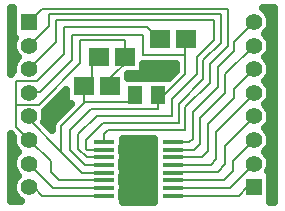
<source format=gtl>
G04 DipTrace 2.4.0.2*
%INTop.gtl*%
%MOIN*%
%ADD11C,0.006*%
%ADD14C,0.025*%
%ADD15R,0.0512X0.0591*%
%ADD16R,0.0669X0.063*%
%ADD17R,0.0551X0.0551*%
%ADD18C,0.0551*%
%ADD19R,0.0709X0.0157*%
%FSLAX44Y44*%
G04*
G70*
G90*
G75*
G01*
%LNTop*%
%LPD*%
X8977Y7626D2*
D11*
Y7139D1*
X6742D1*
X6042Y6440D1*
Y5781D1*
X6539Y5284D1*
X7176D1*
X7182Y5291D1*
X8229Y7626D2*
X8215D1*
X7965Y7377D1*
X6553D1*
X5750Y6574D1*
Y5733D1*
X6448Y5035D1*
X7182D1*
X7013Y8900D2*
X6792D1*
Y8196D1*
X6511Y7916D1*
Y7418D1*
X6553Y7377D1*
X9914Y9485D2*
Y9290D1*
X9868Y9244D1*
Y8946D1*
Y8305D1*
X9186Y7623D1*
X8980D1*
X8977Y7626D1*
X9868Y8946D2*
X8475D1*
Y9637D1*
X6101D1*
Y8775D1*
X5041Y7714D1*
X4700D1*
X4682Y7696D1*
Y6909D2*
X4574D1*
X5750Y5733D1*
X4682Y6122D2*
X4698D1*
X5412Y5408D1*
Y5064D1*
X5697Y4779D1*
X7182D1*
X9048Y9485D2*
Y9548D1*
X8956D1*
X8622Y9882D1*
X5838D1*
Y8977D1*
X4955Y8094D1*
X4245D1*
Y7303D1*
Y6560D1*
X4682Y6122D1*
X7879Y8900D2*
Y9440D1*
X6386D1*
Y8676D1*
X5012Y7303D1*
X4245D1*
X7377Y7916D2*
X7362D1*
Y8154D1*
X8107Y8900D1*
X7879D1*
X12182Y6909D2*
X12229D1*
X11225Y5905D1*
Y5314D1*
X10970Y5059D1*
X9490D1*
X9466Y5035D1*
Y5291D2*
X10733D1*
X10915Y5473D1*
Y6383D1*
X12228Y7696D1*
X12182D1*
X9466Y5547D2*
X10443D1*
X10654Y5758D1*
Y6655D1*
X11528Y7529D1*
Y7830D1*
X12182Y8484D1*
Y4547D2*
X11948D1*
X11668Y4267D1*
X9466D1*
X7182Y5803D2*
X6627D1*
X6595Y5835D1*
Y6135D1*
X7157Y6697D1*
X9666D1*
Y7321D1*
X10490Y8145D1*
Y8782D1*
X11077Y9368D1*
Y10305D1*
X5334D1*
Y9923D1*
X4682Y9271D1*
X9466Y4779D2*
X11178D1*
X11493Y5094D1*
Y5432D1*
X12182Y6122D1*
X9466Y4523D2*
X11371D1*
X12182Y5334D1*
X7182Y5547D2*
X6602D1*
X6329Y5820D1*
Y6308D1*
X6955Y6934D1*
X9435D1*
Y7485D1*
X10265Y8315D1*
Y8881D1*
X10852Y9468D1*
Y10117D1*
X5571D1*
Y9373D1*
X4682Y8484D1*
X9466Y5803D2*
X10192D1*
X10383Y5994D1*
Y6856D1*
X11223Y7696D1*
Y8312D1*
X12182Y9271D1*
X9466Y6059D2*
X10028D1*
X10139Y6169D1*
Y7062D1*
X10979Y7902D1*
Y8555D1*
X11523Y9100D1*
Y9400D1*
X12182Y10059D1*
X7182Y6059D2*
Y6310D1*
X7331Y6459D1*
X9878D1*
X9891Y6472D1*
Y7208D1*
X10702Y8020D1*
Y8669D1*
X11302Y9268D1*
Y10479D1*
X11289Y10492D1*
X5116D1*
X4682Y10059D1*
X7182Y4523D2*
X5493D1*
X4682Y5334D1*
X7182Y4267D2*
X5120D1*
X4841Y4547D1*
X4682D1*
X12708Y10264D2*
D14*
X12826D1*
X12747Y10016D2*
X12825D1*
X12661Y9767D2*
X12826D1*
X4095Y9518D2*
X4173D1*
X12689D2*
X12826D1*
X12747Y9269D2*
X12825D1*
X4095Y9021D2*
X4181D1*
X12685D2*
X12826D1*
X4095Y8772D2*
X4204D1*
X12665D2*
X12826D1*
X8505Y8523D2*
X9549D1*
X12747D2*
X12825D1*
X8001Y8275D2*
X9397D1*
X12704D2*
X12826D1*
X12634Y8026D2*
X12830D1*
X12743Y7777D2*
X12830D1*
X5681Y7529D2*
X5885D1*
X12720D2*
X12829D1*
X5431Y7280D2*
X6014D1*
X12599D2*
X12830D1*
X5236Y7031D2*
X5764D1*
X12736D2*
X12827D1*
X5232Y6783D2*
X5518D1*
X12732D2*
X12826D1*
X12595Y6534D2*
X12830D1*
X12724Y6285D2*
X12830D1*
X7825Y6037D2*
X8822D1*
X12740D2*
X12829D1*
X4099Y5788D2*
X4236D1*
X7825D2*
X8822D1*
X12634D2*
X12830D1*
X7825Y5539D2*
X8822D1*
X12708D2*
X12830D1*
X7825Y5290D2*
X8822D1*
X12747D2*
X12832D1*
X4099Y5042D2*
X4205D1*
X7825D2*
X8822D1*
X12747D2*
X12832D1*
X4099Y4793D2*
X4175D1*
X7825D2*
X8822D1*
X12747D2*
X12832D1*
X7825Y4544D2*
X8822D1*
X12747D2*
X12832D1*
X4099Y4296D2*
X4182D1*
X7825D2*
X8822D1*
X12747D2*
X12832D1*
X7978Y8187D2*
X8750Y8183D1*
X8831Y8187D1*
X9335D1*
X9573Y8430D1*
Y8653D1*
X8478Y8651D1*
X8479Y8320D1*
X7975D1*
X7977Y8187D1*
X6091Y7336D2*
X5912D1*
Y7785D1*
X5218Y7092D1*
X5203Y7054D1*
X5223Y6909D1*
X5209Y6785D1*
X5183Y6716D1*
X5454Y6446D1*
X5455Y6574D1*
X5483Y6698D1*
X5541Y6782D1*
X6096Y7338D1*
X4200Y9518D2*
X4142D1*
Y10514D1*
X4066Y10513D1*
X4071Y8329D1*
X4147Y8411D1*
X4144Y8535D1*
X4170Y8657D1*
X4224Y8770D1*
X4311Y8875D1*
X4236Y8967D1*
X4178Y9077D1*
X4147Y9198D1*
X4144Y9323D1*
X4170Y9445D1*
X4205Y9519D1*
X4315Y5726D2*
X4236Y5817D1*
X4178Y5928D1*
X4147Y6049D1*
X4144Y6173D1*
X4157Y6230D1*
X4076Y6311D1*
Y4138D1*
X4077Y4073D1*
X4418Y4075D1*
X4317Y4148D1*
X4236Y4242D1*
X4178Y4353D1*
X4147Y4474D1*
X4144Y4598D1*
X4170Y4720D1*
X4224Y4833D1*
X4311Y4938D1*
X4236Y5030D1*
X4178Y5140D1*
X4147Y5261D1*
X4144Y5386D1*
X4170Y5508D1*
X4224Y5621D1*
X4311Y5725D1*
X12665Y5087D2*
X12723D1*
Y4049D1*
X12854Y4048D1*
X12855Y6423D1*
X12851Y10513D1*
X12472D1*
X12584Y10421D1*
X12656Y10319D1*
X12703Y10204D1*
X12723Y10059D1*
X12709Y9935D1*
X12666Y9818D1*
X12598Y9713D1*
X12550Y9667D1*
X12656Y9532D1*
X12703Y9416D1*
X12723Y9271D1*
X12709Y9147D1*
X12666Y9030D1*
X12598Y8926D1*
X12550Y8880D1*
X12656Y8744D1*
X12703Y8629D1*
X12723Y8484D1*
X12709Y8360D1*
X12666Y8243D1*
X12598Y8138D1*
X12550Y8093D1*
X12656Y7957D1*
X12703Y7841D1*
X12723Y7696D1*
X12709Y7573D1*
X12666Y7455D1*
X12598Y7351D1*
X12550Y7305D1*
X12656Y7169D1*
X12703Y7054D1*
X12723Y6909D1*
X12709Y6785D1*
X12666Y6668D1*
X12598Y6563D1*
X12550Y6518D1*
X12656Y6382D1*
X12703Y6267D1*
X12723Y6122D1*
X12709Y5998D1*
X12666Y5880D1*
X12598Y5776D1*
X12550Y5730D1*
X12656Y5595D1*
X12703Y5479D1*
X12723Y5334D1*
X12709Y5210D1*
X12664Y5090D1*
X7802Y6164D2*
X7798Y5715D1*
X7802Y5766D1*
X7798Y5203D1*
X7802Y5254D1*
X7798Y4691D1*
X7802Y4742D1*
X7798Y4180D1*
X7802Y4236D1*
Y4060D1*
X8846D1*
X8851Y4611D1*
X8847Y4560D1*
X8850Y5123D1*
X8847Y5072D1*
X8850Y5635D1*
X8847Y5584D1*
X8850Y6147D1*
X8847Y6090D1*
Y6164D1*
X7804D1*
X7802Y5459D1*
Y4947D1*
Y4435D1*
Y4236D1*
D15*
X8229Y7626D3*
X8977D3*
D16*
X6511Y7916D3*
X7377D3*
X9914Y9485D3*
X9048D3*
X7013Y8900D3*
X7879D3*
D17*
X4682Y10059D3*
D18*
Y9271D3*
Y8484D3*
Y7696D3*
Y6909D3*
Y6122D3*
Y5334D3*
Y4547D3*
D17*
X12182D3*
D18*
Y5334D3*
Y6122D3*
Y6909D3*
Y7696D3*
Y8484D3*
Y9271D3*
Y10059D3*
D19*
X7182Y6059D3*
Y5803D3*
Y5547D3*
Y5291D3*
Y5035D3*
Y4779D3*
Y4523D3*
Y4267D3*
X9466D3*
Y4523D3*
Y4779D3*
Y5035D3*
Y5291D3*
Y5547D3*
Y5803D3*
Y6059D3*
M02*

</source>
